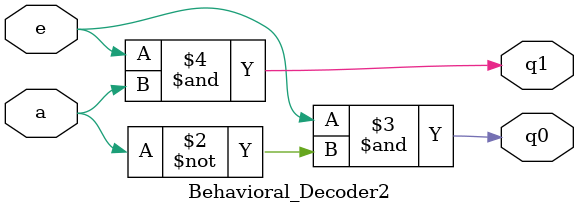
<source format=sv>
`timescale 1ns / 1ps


module Behavioral_Decoder2(
    input logic a,e,
    output logic q0,q1
    );
    
    reg q0; reg q1;
    
    always@(a,e)
        begin
            q0 <= e & ~a;
            q1 <= e & a;
        end
endmodule

</source>
